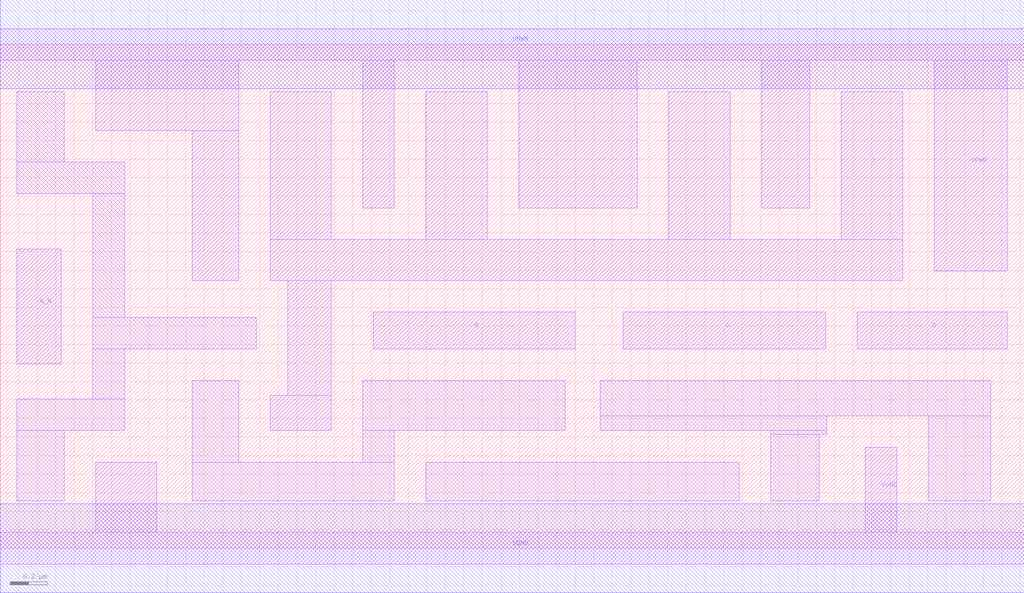
<source format=lef>
# Copyright 2020 The SkyWater PDK Authors
#
# Licensed under the Apache License, Version 2.0 (the "License");
# you may not use this file except in compliance with the License.
# You may obtain a copy of the License at
#
#     https://www.apache.org/licenses/LICENSE-2.0
#
# Unless required by applicable law or agreed to in writing, software
# distributed under the License is distributed on an "AS IS" BASIS,
# WITHOUT WARRANTIES OR CONDITIONS OF ANY KIND, either express or implied.
# See the License for the specific language governing permissions and
# limitations under the License.
#
# SPDX-License-Identifier: Apache-2.0

VERSION 5.5 ;
NAMESCASESENSITIVE ON ;
BUSBITCHARS "[]" ;
DIVIDERCHAR "/" ;
MACRO sky130_fd_sc_hd__nand4b_2
  CLASS CORE ;
  SOURCE USER ;
  ORIGIN  0.000000  0.000000 ;
  SIZE  5.520000 BY  2.720000 ;
  SYMMETRY X Y R90 ;
  SITE unithd ;
  PIN A_N
    ANTENNAGATEAREA  0.126000 ;
    DIRECTION INPUT ;
    USE SIGNAL ;
    PORT
      LAYER li1 ;
        RECT 0.090000 0.995000 0.330000 1.615000 ;
    END
  END A_N
  PIN B
    ANTENNAGATEAREA  0.495000 ;
    DIRECTION INPUT ;
    USE SIGNAL ;
    PORT
      LAYER li1 ;
        RECT 2.010000 1.075000 3.100000 1.275000 ;
    END
  END B
  PIN C
    ANTENNAGATEAREA  0.495000 ;
    DIRECTION INPUT ;
    USE SIGNAL ;
    PORT
      LAYER li1 ;
        RECT 3.360000 1.075000 4.450000 1.275000 ;
    END
  END C
  PIN D
    ANTENNAGATEAREA  0.495000 ;
    DIRECTION INPUT ;
    USE SIGNAL ;
    PORT
      LAYER li1 ;
        RECT 4.620000 1.075000 5.430000 1.275000 ;
    END
  END D
  PIN Y
    ANTENNADIFFAREA  1.255500 ;
    DIRECTION OUTPUT ;
    USE SIGNAL ;
    PORT
      LAYER li1 ;
        RECT 1.455000 0.635000 1.785000 0.825000 ;
        RECT 1.455000 1.445000 4.865000 1.665000 ;
        RECT 1.455000 1.665000 1.785000 2.465000 ;
        RECT 1.550000 0.825000 1.785000 1.445000 ;
        RECT 2.295000 1.665000 2.625000 2.465000 ;
        RECT 3.605000 1.665000 3.935000 2.465000 ;
        RECT 4.535000 1.665000 4.865000 2.465000 ;
    END
  END Y
  PIN VGND
    DIRECTION INOUT ;
    SHAPE ABUTMENT ;
    USE GROUND ;
    PORT
      LAYER li1 ;
        RECT 0.000000 -0.085000 5.520000 0.085000 ;
        RECT 0.515000  0.085000 0.845000 0.465000 ;
        RECT 4.665000  0.085000 4.835000 0.545000 ;
    END
    PORT
      LAYER met1 ;
        RECT 0.000000 -0.240000 5.520000 0.240000 ;
    END
  END VGND
  PIN VNB
    DIRECTION INOUT ;
    USE GROUND ;
    PORT
    END
  END VNB
  PIN VPB
    DIRECTION INOUT ;
    USE POWER ;
    PORT
    END
  END VPB
  PIN VPWR
    DIRECTION INOUT ;
    SHAPE ABUTMENT ;
    USE POWER ;
    PORT
      LAYER li1 ;
        RECT 0.000000 2.635000 5.520000 2.805000 ;
        RECT 0.515000 2.255000 1.285000 2.635000 ;
        RECT 1.035000 1.445000 1.285000 2.255000 ;
        RECT 1.955000 1.835000 2.125000 2.635000 ;
        RECT 2.795000 1.835000 3.435000 2.635000 ;
        RECT 4.105000 1.835000 4.365000 2.635000 ;
        RECT 5.035000 1.495000 5.430000 2.635000 ;
    END
    PORT
      LAYER met1 ;
        RECT 0.000000 2.480000 5.520000 2.960000 ;
    END
  END VPWR
  OBS
    LAYER li1 ;
      RECT 0.090000 0.255000 0.345000 0.635000 ;
      RECT 0.090000 0.635000 0.670000 0.805000 ;
      RECT 0.090000 1.915000 0.670000 2.085000 ;
      RECT 0.090000 2.085000 0.345000 2.465000 ;
      RECT 0.500000 0.805000 0.670000 1.075000 ;
      RECT 0.500000 1.075000 1.380000 1.245000 ;
      RECT 0.500000 1.245000 0.670000 1.915000 ;
      RECT 1.035000 0.255000 2.125000 0.465000 ;
      RECT 1.035000 0.465000 1.285000 0.905000 ;
      RECT 1.955000 0.465000 2.125000 0.635000 ;
      RECT 1.955000 0.635000 3.045000 0.905000 ;
      RECT 2.295000 0.255000 3.985000 0.465000 ;
      RECT 3.235000 0.635000 4.455000 0.715000 ;
      RECT 3.235000 0.715000 5.340000 0.905000 ;
      RECT 4.155000 0.255000 4.415000 0.615000 ;
      RECT 4.155000 0.615000 4.455000 0.635000 ;
      RECT 5.005000 0.255000 5.340000 0.715000 ;
  END
END sky130_fd_sc_hd__nand4b_2
END LIBRARY

</source>
